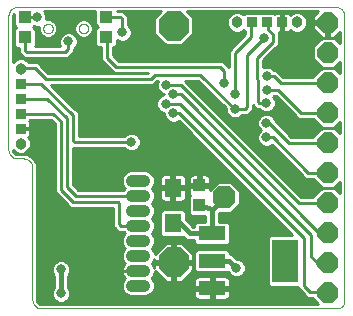
<source format=gbl>
G75*
%MOIN*%
%OFA0B0*%
%FSLAX25Y25*%
%IPPOS*%
%LPD*%
%AMOC8*
5,1,8,0,0,1.08239X$1,22.5*
%
%ADD10C,0.00000*%
%ADD11C,0.04000*%
%ADD12R,0.04331X0.03937*%
%ADD13R,0.03500X0.03200*%
%ADD14C,0.03800*%
%ADD15R,0.03200X0.03500*%
%ADD16OC8,0.10000*%
%ADD17OC8,0.07000*%
%ADD18R,0.08800X0.04800*%
%ADD19R,0.08661X0.14173*%
%ADD20R,0.03937X0.04331*%
%ADD21R,0.05512X0.06299*%
%ADD22OC8,0.07600*%
%ADD23C,0.01000*%
%ADD24C,0.03169*%
%ADD25C,0.01200*%
%ADD26C,0.01600*%
D10*
X0086078Y0053500D02*
X0086185Y0053498D01*
X0086292Y0053492D01*
X0086399Y0053483D01*
X0086505Y0053469D01*
X0086611Y0053452D01*
X0086716Y0053431D01*
X0086820Y0053407D01*
X0086923Y0053378D01*
X0087025Y0053346D01*
X0087126Y0053311D01*
X0087226Y0053272D01*
X0087324Y0053229D01*
X0087421Y0053183D01*
X0087516Y0053133D01*
X0087609Y0053080D01*
X0087700Y0053024D01*
X0087789Y0052964D01*
X0087876Y0052902D01*
X0087960Y0052836D01*
X0088043Y0052767D01*
X0088122Y0052696D01*
X0088199Y0052621D01*
X0088274Y0052544D01*
X0088345Y0052465D01*
X0088414Y0052382D01*
X0088480Y0052298D01*
X0088542Y0052211D01*
X0088602Y0052122D01*
X0088658Y0052031D01*
X0088711Y0051938D01*
X0088761Y0051843D01*
X0088807Y0051746D01*
X0088850Y0051648D01*
X0088889Y0051548D01*
X0088924Y0051447D01*
X0088956Y0051345D01*
X0088985Y0051242D01*
X0089009Y0051138D01*
X0089030Y0051033D01*
X0089047Y0050927D01*
X0089061Y0050821D01*
X0089070Y0050714D01*
X0089076Y0050607D01*
X0089078Y0050500D01*
X0089078Y0006500D01*
X0089080Y0006393D01*
X0089086Y0006286D01*
X0089095Y0006179D01*
X0089109Y0006073D01*
X0089126Y0005967D01*
X0089147Y0005862D01*
X0089171Y0005758D01*
X0089200Y0005655D01*
X0089232Y0005553D01*
X0089267Y0005452D01*
X0089306Y0005352D01*
X0089349Y0005254D01*
X0089395Y0005157D01*
X0089445Y0005062D01*
X0089498Y0004969D01*
X0089554Y0004878D01*
X0089614Y0004789D01*
X0089676Y0004702D01*
X0089742Y0004618D01*
X0089811Y0004535D01*
X0089882Y0004456D01*
X0089957Y0004379D01*
X0090034Y0004304D01*
X0090113Y0004233D01*
X0090196Y0004164D01*
X0090280Y0004098D01*
X0090367Y0004036D01*
X0090456Y0003976D01*
X0090547Y0003920D01*
X0090640Y0003867D01*
X0090735Y0003817D01*
X0090832Y0003771D01*
X0090930Y0003728D01*
X0091030Y0003689D01*
X0091131Y0003654D01*
X0091233Y0003622D01*
X0091336Y0003593D01*
X0091440Y0003569D01*
X0091545Y0003548D01*
X0091651Y0003531D01*
X0091757Y0003517D01*
X0091864Y0003508D01*
X0091971Y0003502D01*
X0092078Y0003500D01*
X0190578Y0003500D01*
X0190676Y0003502D01*
X0190774Y0003508D01*
X0190872Y0003517D01*
X0190969Y0003531D01*
X0191066Y0003548D01*
X0191162Y0003569D01*
X0191257Y0003594D01*
X0191351Y0003622D01*
X0191443Y0003655D01*
X0191535Y0003690D01*
X0191625Y0003730D01*
X0191713Y0003772D01*
X0191800Y0003819D01*
X0191884Y0003868D01*
X0191967Y0003921D01*
X0192047Y0003977D01*
X0192126Y0004037D01*
X0192202Y0004099D01*
X0192275Y0004164D01*
X0192346Y0004232D01*
X0192414Y0004303D01*
X0192479Y0004376D01*
X0192541Y0004452D01*
X0192601Y0004531D01*
X0192657Y0004611D01*
X0192710Y0004694D01*
X0192759Y0004778D01*
X0192806Y0004865D01*
X0192848Y0004953D01*
X0192888Y0005043D01*
X0192923Y0005135D01*
X0192956Y0005227D01*
X0192984Y0005321D01*
X0193009Y0005416D01*
X0193030Y0005512D01*
X0193047Y0005609D01*
X0193061Y0005706D01*
X0193070Y0005804D01*
X0193076Y0005902D01*
X0193078Y0006000D01*
X0193078Y0101000D01*
X0193076Y0101107D01*
X0193070Y0101214D01*
X0193061Y0101321D01*
X0193047Y0101427D01*
X0193030Y0101533D01*
X0193009Y0101638D01*
X0192985Y0101742D01*
X0192956Y0101845D01*
X0192924Y0101947D01*
X0192889Y0102048D01*
X0192850Y0102148D01*
X0192807Y0102246D01*
X0192761Y0102343D01*
X0192711Y0102438D01*
X0192658Y0102531D01*
X0192602Y0102622D01*
X0192542Y0102711D01*
X0192480Y0102798D01*
X0192414Y0102882D01*
X0192345Y0102965D01*
X0192274Y0103044D01*
X0192199Y0103121D01*
X0192122Y0103196D01*
X0192043Y0103267D01*
X0191960Y0103336D01*
X0191876Y0103402D01*
X0191789Y0103464D01*
X0191700Y0103524D01*
X0191609Y0103580D01*
X0191516Y0103633D01*
X0191421Y0103683D01*
X0191324Y0103729D01*
X0191226Y0103772D01*
X0191126Y0103811D01*
X0191025Y0103846D01*
X0190923Y0103878D01*
X0190820Y0103907D01*
X0190716Y0103931D01*
X0190611Y0103952D01*
X0190505Y0103969D01*
X0190399Y0103983D01*
X0190292Y0103992D01*
X0190185Y0103998D01*
X0190078Y0104000D01*
X0084120Y0104000D01*
X0084011Y0103998D01*
X0083903Y0103992D01*
X0083795Y0103983D01*
X0083687Y0103969D01*
X0083580Y0103952D01*
X0083474Y0103931D01*
X0083368Y0103906D01*
X0083263Y0103877D01*
X0083160Y0103844D01*
X0083057Y0103808D01*
X0082956Y0103769D01*
X0082857Y0103725D01*
X0082759Y0103678D01*
X0082663Y0103628D01*
X0082568Y0103574D01*
X0082476Y0103517D01*
X0082386Y0103457D01*
X0082298Y0103393D01*
X0082212Y0103327D01*
X0082129Y0103257D01*
X0082048Y0103185D01*
X0081970Y0103109D01*
X0081894Y0103031D01*
X0081822Y0102950D01*
X0081752Y0102867D01*
X0081686Y0102781D01*
X0081622Y0102693D01*
X0081562Y0102603D01*
X0081505Y0102511D01*
X0081451Y0102416D01*
X0081401Y0102320D01*
X0081354Y0102222D01*
X0081310Y0102123D01*
X0081271Y0102022D01*
X0081235Y0101919D01*
X0081202Y0101816D01*
X0081173Y0101711D01*
X0081148Y0101605D01*
X0081127Y0101499D01*
X0081110Y0101392D01*
X0081096Y0101284D01*
X0081087Y0101176D01*
X0081081Y0101068D01*
X0081079Y0100959D01*
X0081078Y0100959D02*
X0081078Y0056500D01*
X0081080Y0056393D01*
X0081086Y0056286D01*
X0081095Y0056179D01*
X0081109Y0056073D01*
X0081126Y0055967D01*
X0081147Y0055862D01*
X0081171Y0055758D01*
X0081200Y0055655D01*
X0081232Y0055553D01*
X0081267Y0055452D01*
X0081306Y0055352D01*
X0081349Y0055254D01*
X0081395Y0055157D01*
X0081445Y0055062D01*
X0081498Y0054969D01*
X0081554Y0054878D01*
X0081614Y0054789D01*
X0081676Y0054702D01*
X0081742Y0054618D01*
X0081811Y0054535D01*
X0081882Y0054456D01*
X0081957Y0054379D01*
X0082034Y0054304D01*
X0082113Y0054233D01*
X0082196Y0054164D01*
X0082280Y0054098D01*
X0082367Y0054036D01*
X0082456Y0053976D01*
X0082547Y0053920D01*
X0082640Y0053867D01*
X0082735Y0053817D01*
X0082832Y0053771D01*
X0082930Y0053728D01*
X0083030Y0053689D01*
X0083131Y0053654D01*
X0083233Y0053622D01*
X0083336Y0053593D01*
X0083440Y0053569D01*
X0083545Y0053548D01*
X0083651Y0053531D01*
X0083757Y0053517D01*
X0083864Y0053508D01*
X0083971Y0053502D01*
X0084078Y0053500D01*
X0086078Y0053500D01*
X0092722Y0096804D02*
X0092724Y0096883D01*
X0092730Y0096962D01*
X0092740Y0097041D01*
X0092754Y0097119D01*
X0092771Y0097196D01*
X0092793Y0097272D01*
X0092818Y0097347D01*
X0092848Y0097420D01*
X0092880Y0097492D01*
X0092917Y0097563D01*
X0092957Y0097631D01*
X0093000Y0097697D01*
X0093046Y0097761D01*
X0093096Y0097823D01*
X0093149Y0097882D01*
X0093204Y0097938D01*
X0093263Y0097992D01*
X0093324Y0098042D01*
X0093387Y0098090D01*
X0093453Y0098134D01*
X0093521Y0098175D01*
X0093591Y0098212D01*
X0093662Y0098246D01*
X0093736Y0098276D01*
X0093810Y0098302D01*
X0093886Y0098324D01*
X0093963Y0098343D01*
X0094041Y0098358D01*
X0094119Y0098369D01*
X0094198Y0098376D01*
X0094277Y0098379D01*
X0094356Y0098378D01*
X0094435Y0098373D01*
X0094514Y0098364D01*
X0094592Y0098351D01*
X0094669Y0098334D01*
X0094746Y0098314D01*
X0094821Y0098289D01*
X0094895Y0098261D01*
X0094968Y0098229D01*
X0095038Y0098194D01*
X0095107Y0098155D01*
X0095174Y0098112D01*
X0095239Y0098066D01*
X0095301Y0098018D01*
X0095361Y0097966D01*
X0095418Y0097911D01*
X0095472Y0097853D01*
X0095523Y0097793D01*
X0095571Y0097730D01*
X0095616Y0097665D01*
X0095658Y0097597D01*
X0095696Y0097528D01*
X0095730Y0097457D01*
X0095761Y0097384D01*
X0095789Y0097309D01*
X0095812Y0097234D01*
X0095832Y0097157D01*
X0095848Y0097080D01*
X0095860Y0097001D01*
X0095868Y0096923D01*
X0095872Y0096844D01*
X0095872Y0096764D01*
X0095868Y0096685D01*
X0095860Y0096607D01*
X0095848Y0096528D01*
X0095832Y0096451D01*
X0095812Y0096374D01*
X0095789Y0096299D01*
X0095761Y0096224D01*
X0095730Y0096151D01*
X0095696Y0096080D01*
X0095658Y0096011D01*
X0095616Y0095943D01*
X0095571Y0095878D01*
X0095523Y0095815D01*
X0095472Y0095755D01*
X0095418Y0095697D01*
X0095361Y0095642D01*
X0095301Y0095590D01*
X0095239Y0095542D01*
X0095174Y0095496D01*
X0095107Y0095453D01*
X0095038Y0095414D01*
X0094968Y0095379D01*
X0094895Y0095347D01*
X0094821Y0095319D01*
X0094746Y0095294D01*
X0094669Y0095274D01*
X0094592Y0095257D01*
X0094514Y0095244D01*
X0094435Y0095235D01*
X0094356Y0095230D01*
X0094277Y0095229D01*
X0094198Y0095232D01*
X0094119Y0095239D01*
X0094041Y0095250D01*
X0093963Y0095265D01*
X0093886Y0095284D01*
X0093810Y0095306D01*
X0093736Y0095332D01*
X0093662Y0095362D01*
X0093591Y0095396D01*
X0093521Y0095433D01*
X0093453Y0095474D01*
X0093387Y0095518D01*
X0093324Y0095566D01*
X0093263Y0095616D01*
X0093204Y0095670D01*
X0093149Y0095726D01*
X0093096Y0095785D01*
X0093046Y0095847D01*
X0093000Y0095911D01*
X0092957Y0095977D01*
X0092917Y0096045D01*
X0092880Y0096116D01*
X0092848Y0096188D01*
X0092818Y0096261D01*
X0092793Y0096336D01*
X0092771Y0096412D01*
X0092754Y0096489D01*
X0092740Y0096567D01*
X0092730Y0096646D01*
X0092724Y0096725D01*
X0092722Y0096804D01*
X0104533Y0096804D02*
X0104535Y0096883D01*
X0104541Y0096962D01*
X0104551Y0097041D01*
X0104565Y0097119D01*
X0104582Y0097196D01*
X0104604Y0097272D01*
X0104629Y0097347D01*
X0104659Y0097420D01*
X0104691Y0097492D01*
X0104728Y0097563D01*
X0104768Y0097631D01*
X0104811Y0097697D01*
X0104857Y0097761D01*
X0104907Y0097823D01*
X0104960Y0097882D01*
X0105015Y0097938D01*
X0105074Y0097992D01*
X0105135Y0098042D01*
X0105198Y0098090D01*
X0105264Y0098134D01*
X0105332Y0098175D01*
X0105402Y0098212D01*
X0105473Y0098246D01*
X0105547Y0098276D01*
X0105621Y0098302D01*
X0105697Y0098324D01*
X0105774Y0098343D01*
X0105852Y0098358D01*
X0105930Y0098369D01*
X0106009Y0098376D01*
X0106088Y0098379D01*
X0106167Y0098378D01*
X0106246Y0098373D01*
X0106325Y0098364D01*
X0106403Y0098351D01*
X0106480Y0098334D01*
X0106557Y0098314D01*
X0106632Y0098289D01*
X0106706Y0098261D01*
X0106779Y0098229D01*
X0106849Y0098194D01*
X0106918Y0098155D01*
X0106985Y0098112D01*
X0107050Y0098066D01*
X0107112Y0098018D01*
X0107172Y0097966D01*
X0107229Y0097911D01*
X0107283Y0097853D01*
X0107334Y0097793D01*
X0107382Y0097730D01*
X0107427Y0097665D01*
X0107469Y0097597D01*
X0107507Y0097528D01*
X0107541Y0097457D01*
X0107572Y0097384D01*
X0107600Y0097309D01*
X0107623Y0097234D01*
X0107643Y0097157D01*
X0107659Y0097080D01*
X0107671Y0097001D01*
X0107679Y0096923D01*
X0107683Y0096844D01*
X0107683Y0096764D01*
X0107679Y0096685D01*
X0107671Y0096607D01*
X0107659Y0096528D01*
X0107643Y0096451D01*
X0107623Y0096374D01*
X0107600Y0096299D01*
X0107572Y0096224D01*
X0107541Y0096151D01*
X0107507Y0096080D01*
X0107469Y0096011D01*
X0107427Y0095943D01*
X0107382Y0095878D01*
X0107334Y0095815D01*
X0107283Y0095755D01*
X0107229Y0095697D01*
X0107172Y0095642D01*
X0107112Y0095590D01*
X0107050Y0095542D01*
X0106985Y0095496D01*
X0106918Y0095453D01*
X0106849Y0095414D01*
X0106779Y0095379D01*
X0106706Y0095347D01*
X0106632Y0095319D01*
X0106557Y0095294D01*
X0106480Y0095274D01*
X0106403Y0095257D01*
X0106325Y0095244D01*
X0106246Y0095235D01*
X0106167Y0095230D01*
X0106088Y0095229D01*
X0106009Y0095232D01*
X0105930Y0095239D01*
X0105852Y0095250D01*
X0105774Y0095265D01*
X0105697Y0095284D01*
X0105621Y0095306D01*
X0105547Y0095332D01*
X0105473Y0095362D01*
X0105402Y0095396D01*
X0105332Y0095433D01*
X0105264Y0095474D01*
X0105198Y0095518D01*
X0105135Y0095566D01*
X0105074Y0095616D01*
X0105015Y0095670D01*
X0104960Y0095726D01*
X0104907Y0095785D01*
X0104857Y0095847D01*
X0104811Y0095911D01*
X0104768Y0095977D01*
X0104728Y0096045D01*
X0104691Y0096116D01*
X0104659Y0096188D01*
X0104629Y0096261D01*
X0104604Y0096336D01*
X0104582Y0096412D01*
X0104565Y0096489D01*
X0104551Y0096567D01*
X0104541Y0096646D01*
X0104535Y0096725D01*
X0104533Y0096804D01*
D11*
X0122366Y0046134D02*
X0126366Y0046134D01*
X0126366Y0041134D02*
X0122366Y0041134D01*
X0122366Y0036134D02*
X0126366Y0036134D01*
X0126366Y0031134D02*
X0122366Y0031134D01*
X0122366Y0026134D02*
X0126366Y0026134D01*
X0126366Y0021134D02*
X0122366Y0021134D01*
X0122366Y0016134D02*
X0126366Y0016134D01*
X0126366Y0011134D02*
X0122366Y0011134D01*
D12*
X0113705Y0094053D03*
X0113705Y0100746D03*
X0086455Y0100521D03*
X0086455Y0093829D03*
D13*
X0085141Y0078479D03*
X0085141Y0073479D03*
X0085141Y0068479D03*
X0085141Y0063479D03*
D14*
X0085141Y0058479D03*
X0085141Y0083479D03*
X0157279Y0098852D03*
X0177279Y0098852D03*
D15*
X0172279Y0098852D03*
X0167279Y0098852D03*
X0162279Y0098852D03*
D16*
X0136244Y0097656D03*
X0136244Y0018916D03*
D17*
X0187578Y0018750D03*
X0187578Y0028750D03*
X0187578Y0038750D03*
X0187578Y0048750D03*
X0187578Y0058750D03*
X0187578Y0068750D03*
X0187578Y0078750D03*
X0187578Y0088750D03*
X0187578Y0098750D03*
X0187578Y0008750D03*
D18*
X0148978Y0010300D03*
X0148978Y0019400D03*
X0148978Y0028500D03*
D19*
X0173379Y0019400D03*
D20*
X0144678Y0037854D03*
X0144678Y0044546D03*
D21*
X0135878Y0043706D03*
X0135878Y0031894D03*
D22*
X0153078Y0040500D03*
D23*
X0157499Y0037426D02*
X0166324Y0037426D01*
X0165326Y0038424D02*
X0158378Y0038424D01*
X0158378Y0038305D02*
X0158378Y0042695D01*
X0155274Y0045800D01*
X0150883Y0045800D01*
X0148147Y0043064D01*
X0148147Y0044062D01*
X0145163Y0044062D01*
X0145163Y0045031D01*
X0148147Y0045031D01*
X0148147Y0046909D01*
X0148045Y0047291D01*
X0147847Y0047633D01*
X0147568Y0047912D01*
X0147226Y0048110D01*
X0146844Y0048212D01*
X0145163Y0048212D01*
X0145163Y0045031D01*
X0144194Y0045031D01*
X0144194Y0048212D01*
X0142512Y0048212D01*
X0142131Y0048110D01*
X0141789Y0047912D01*
X0141510Y0047633D01*
X0141312Y0047291D01*
X0141210Y0046909D01*
X0141210Y0045031D01*
X0144194Y0045031D01*
X0144194Y0044062D01*
X0141210Y0044062D01*
X0141210Y0042184D01*
X0141312Y0041802D01*
X0141510Y0041460D01*
X0141770Y0041200D01*
X0141210Y0040640D01*
X0141210Y0035067D01*
X0142089Y0034188D01*
X0146678Y0034188D01*
X0146678Y0032400D01*
X0143957Y0032400D01*
X0143078Y0031521D01*
X0143078Y0030800D01*
X0142531Y0030800D01*
X0140134Y0033197D01*
X0140134Y0035665D01*
X0139256Y0036544D01*
X0132501Y0036544D01*
X0131623Y0035665D01*
X0131623Y0028124D01*
X0132501Y0027245D01*
X0139256Y0027245D01*
X0139418Y0027407D01*
X0140626Y0026200D01*
X0143078Y0026200D01*
X0143078Y0025479D01*
X0143957Y0024600D01*
X0154000Y0024600D01*
X0154878Y0025479D01*
X0154878Y0031521D01*
X0154000Y0032400D01*
X0151278Y0032400D01*
X0151278Y0035200D01*
X0155274Y0035200D01*
X0158378Y0038305D01*
X0158378Y0039423D02*
X0164327Y0039423D01*
X0163329Y0040421D02*
X0158378Y0040421D01*
X0158378Y0041420D02*
X0162330Y0041420D01*
X0161332Y0042418D02*
X0158378Y0042418D01*
X0157657Y0043417D02*
X0160333Y0043417D01*
X0159335Y0044415D02*
X0156659Y0044415D01*
X0155660Y0045414D02*
X0158336Y0045414D01*
X0157338Y0046412D02*
X0148147Y0046412D01*
X0148147Y0045414D02*
X0150497Y0045414D01*
X0149498Y0044415D02*
X0145163Y0044415D01*
X0144194Y0044415D02*
X0140134Y0044415D01*
X0140134Y0044205D02*
X0140134Y0047053D01*
X0140032Y0047434D01*
X0139835Y0047776D01*
X0139555Y0048055D01*
X0139213Y0048253D01*
X0138832Y0048355D01*
X0136378Y0048355D01*
X0136378Y0044206D01*
X0135378Y0044206D01*
X0135378Y0048355D01*
X0132925Y0048355D01*
X0132544Y0048253D01*
X0132201Y0048055D01*
X0131922Y0047776D01*
X0131725Y0047434D01*
X0131623Y0047053D01*
X0131623Y0044205D01*
X0135378Y0044205D01*
X0135378Y0043206D01*
X0131623Y0043206D01*
X0131623Y0040358D01*
X0131725Y0039977D01*
X0131922Y0039635D01*
X0132201Y0039356D01*
X0132544Y0039158D01*
X0132925Y0039056D01*
X0135378Y0039056D01*
X0135378Y0043205D01*
X0136378Y0043205D01*
X0136378Y0039056D01*
X0138832Y0039056D01*
X0139213Y0039158D01*
X0139555Y0039356D01*
X0139835Y0039635D01*
X0140032Y0039977D01*
X0140134Y0040358D01*
X0140134Y0043206D01*
X0136378Y0043206D01*
X0136378Y0044205D01*
X0140134Y0044205D01*
X0140134Y0045414D02*
X0141210Y0045414D01*
X0141210Y0046412D02*
X0140134Y0046412D01*
X0140038Y0047411D02*
X0141381Y0047411D01*
X0144194Y0047411D02*
X0145163Y0047411D01*
X0145163Y0046412D02*
X0144194Y0046412D01*
X0144194Y0045414D02*
X0145163Y0045414D01*
X0147975Y0047411D02*
X0156339Y0047411D01*
X0155341Y0048409D02*
X0129040Y0048409D01*
X0129333Y0048116D02*
X0128348Y0049101D01*
X0127062Y0049634D01*
X0121670Y0049634D01*
X0120383Y0049101D01*
X0119399Y0048116D01*
X0118866Y0046830D01*
X0118866Y0045438D01*
X0119399Y0044151D01*
X0119916Y0043634D01*
X0119399Y0043116D01*
X0119350Y0043000D01*
X0104407Y0043000D01*
X0102578Y0044828D01*
X0102578Y0057000D01*
X0119717Y0057000D01*
X0120331Y0056385D01*
X0121465Y0055916D01*
X0122692Y0055916D01*
X0123825Y0056385D01*
X0124693Y0057253D01*
X0125163Y0058386D01*
X0125163Y0059613D01*
X0124693Y0060747D01*
X0123825Y0061615D01*
X0122692Y0062084D01*
X0121465Y0062084D01*
X0120331Y0061615D01*
X0119717Y0061000D01*
X0104578Y0061000D01*
X0104578Y0068828D01*
X0103407Y0070000D01*
X0095407Y0078000D01*
X0129407Y0078000D01*
X0130578Y0079172D01*
X0130829Y0079422D01*
X0130494Y0078613D01*
X0130494Y0077386D01*
X0130964Y0076253D01*
X0131831Y0075385D01*
X0132965Y0074916D01*
X0132994Y0074916D01*
X0132994Y0074834D01*
X0132840Y0074834D01*
X0131706Y0074365D01*
X0130839Y0073497D01*
X0130369Y0072363D01*
X0130369Y0071136D01*
X0130839Y0070003D01*
X0131706Y0069135D01*
X0132840Y0068666D01*
X0132994Y0068666D01*
X0132994Y0067886D01*
X0133464Y0066753D01*
X0134331Y0065885D01*
X0135465Y0065416D01*
X0136692Y0065416D01*
X0137825Y0065885D01*
X0137845Y0065905D01*
X0175763Y0027987D01*
X0168427Y0027987D01*
X0167548Y0027108D01*
X0167548Y0011692D01*
X0168427Y0010813D01*
X0177578Y0010813D01*
X0177578Y0010172D01*
X0179578Y0008172D01*
X0180750Y0007000D01*
X0182578Y0007000D01*
X0182578Y0006679D01*
X0184257Y0005000D01*
X0092078Y0005000D01*
X0091690Y0005051D01*
X0091018Y0005439D01*
X0090630Y0006112D01*
X0090578Y0006500D01*
X0090578Y0051706D01*
X0089373Y0053794D01*
X0089373Y0053794D01*
X0089373Y0053794D01*
X0087284Y0055000D01*
X0084078Y0055000D01*
X0083690Y0055051D01*
X0083018Y0055439D01*
X0082630Y0056112D01*
X0082619Y0056193D01*
X0083215Y0055597D01*
X0084465Y0055079D01*
X0085818Y0055079D01*
X0087067Y0055597D01*
X0088024Y0056553D01*
X0088541Y0057803D01*
X0088541Y0059155D01*
X0088024Y0060405D01*
X0087773Y0060656D01*
X0087812Y0060679D01*
X0088092Y0060958D01*
X0088289Y0061300D01*
X0088391Y0061682D01*
X0088391Y0063179D01*
X0085441Y0063179D01*
X0085441Y0063779D01*
X0088391Y0063779D01*
X0088391Y0065276D01*
X0088289Y0065658D01*
X0088107Y0065973D01*
X0088391Y0066258D01*
X0088391Y0066479D01*
X0095271Y0066479D01*
X0096578Y0065172D01*
X0096578Y0042172D01*
X0100578Y0038172D01*
X0101750Y0037000D01*
X0116078Y0037000D01*
X0116078Y0030672D01*
X0116578Y0030172D01*
X0117750Y0029000D01*
X0119550Y0029000D01*
X0119916Y0028634D01*
X0119399Y0028116D01*
X0118866Y0026830D01*
X0118866Y0025438D01*
X0119399Y0024151D01*
X0119916Y0023634D01*
X0119399Y0023116D01*
X0118866Y0021830D01*
X0118866Y0020438D01*
X0119399Y0019151D01*
X0119916Y0018634D01*
X0119647Y0018365D01*
X0119264Y0017792D01*
X0119000Y0017155D01*
X0118866Y0016479D01*
X0118866Y0016134D01*
X0122366Y0016134D01*
X0122366Y0016134D01*
X0118866Y0016134D01*
X0118866Y0015789D01*
X0119000Y0015113D01*
X0119264Y0014476D01*
X0119647Y0013903D01*
X0119916Y0013634D01*
X0119399Y0013116D01*
X0118866Y0011830D01*
X0118866Y0010438D01*
X0119399Y0009151D01*
X0120383Y0008167D01*
X0121670Y0007634D01*
X0127062Y0007634D01*
X0128348Y0008167D01*
X0129333Y0009151D01*
X0129866Y0010438D01*
X0129866Y0011830D01*
X0129333Y0013116D01*
X0128816Y0013634D01*
X0129084Y0013903D01*
X0129467Y0014476D01*
X0129731Y0015113D01*
X0129866Y0015789D01*
X0129866Y0016102D01*
X0133552Y0012416D01*
X0135744Y0012416D01*
X0135744Y0018415D01*
X0136744Y0018415D01*
X0136744Y0012416D01*
X0138937Y0012416D01*
X0142744Y0016223D01*
X0142744Y0018416D01*
X0136744Y0018416D01*
X0136744Y0019416D01*
X0135744Y0019416D01*
X0135744Y0025416D01*
X0133552Y0025416D01*
X0129866Y0021729D01*
X0129866Y0021830D01*
X0129333Y0023116D01*
X0128816Y0023634D01*
X0129333Y0024151D01*
X0129866Y0025438D01*
X0129866Y0026830D01*
X0129333Y0028116D01*
X0128816Y0028634D01*
X0129333Y0029151D01*
X0129866Y0030438D01*
X0129866Y0031830D01*
X0129333Y0033116D01*
X0128816Y0033634D01*
X0129333Y0034151D01*
X0129866Y0035438D01*
X0129866Y0036830D01*
X0129333Y0038116D01*
X0128816Y0038634D01*
X0129333Y0039151D01*
X0129866Y0040438D01*
X0129866Y0041830D01*
X0129333Y0043116D01*
X0128816Y0043634D01*
X0129333Y0044151D01*
X0129866Y0045438D01*
X0129866Y0046830D01*
X0129333Y0048116D01*
X0129625Y0047411D02*
X0131718Y0047411D01*
X0131623Y0046412D02*
X0129866Y0046412D01*
X0129856Y0045414D02*
X0131623Y0045414D01*
X0131623Y0044415D02*
X0129442Y0044415D01*
X0129033Y0043417D02*
X0135378Y0043417D01*
X0135378Y0044415D02*
X0136378Y0044415D01*
X0136378Y0043417D02*
X0141210Y0043417D01*
X0141210Y0042418D02*
X0140134Y0042418D01*
X0140134Y0041420D02*
X0141550Y0041420D01*
X0141210Y0040421D02*
X0140134Y0040421D01*
X0139622Y0039423D02*
X0141210Y0039423D01*
X0141210Y0038424D02*
X0129025Y0038424D01*
X0129445Y0039423D02*
X0132134Y0039423D01*
X0131623Y0040421D02*
X0129859Y0040421D01*
X0129866Y0041420D02*
X0131623Y0041420D01*
X0131623Y0042418D02*
X0129622Y0042418D01*
X0135378Y0042418D02*
X0136378Y0042418D01*
X0136378Y0041420D02*
X0135378Y0041420D01*
X0135378Y0040421D02*
X0136378Y0040421D01*
X0136378Y0039423D02*
X0135378Y0039423D01*
X0132384Y0036427D02*
X0129866Y0036427D01*
X0129862Y0035429D02*
X0131623Y0035429D01*
X0131623Y0034430D02*
X0129448Y0034430D01*
X0129018Y0033432D02*
X0131623Y0033432D01*
X0131623Y0032433D02*
X0129616Y0032433D01*
X0129866Y0031434D02*
X0131623Y0031434D01*
X0131623Y0030436D02*
X0129865Y0030436D01*
X0129452Y0029437D02*
X0131623Y0029437D01*
X0131623Y0028439D02*
X0129010Y0028439D01*
X0129613Y0027440D02*
X0132306Y0027440D01*
X0129866Y0026442D02*
X0140384Y0026442D01*
X0138937Y0025416D02*
X0136744Y0025416D01*
X0136744Y0019416D01*
X0142744Y0019416D01*
X0142744Y0021608D01*
X0138937Y0025416D01*
X0139907Y0024445D02*
X0167548Y0024445D01*
X0167548Y0025443D02*
X0154843Y0025443D01*
X0154878Y0026442D02*
X0167548Y0026442D01*
X0167881Y0027440D02*
X0154878Y0027440D01*
X0154878Y0028439D02*
X0175311Y0028439D01*
X0174312Y0029437D02*
X0154878Y0029437D01*
X0154878Y0030436D02*
X0173314Y0030436D01*
X0172315Y0031434D02*
X0154878Y0031434D01*
X0151278Y0032433D02*
X0171317Y0032433D01*
X0170318Y0033432D02*
X0151278Y0033432D01*
X0151278Y0034430D02*
X0169320Y0034430D01*
X0168321Y0035429D02*
X0155502Y0035429D01*
X0156501Y0036427D02*
X0167323Y0036427D01*
X0177925Y0038750D02*
X0187578Y0038750D01*
X0184175Y0042418D02*
X0177085Y0042418D01*
X0176087Y0043417D02*
X0185174Y0043417D01*
X0185507Y0043750D02*
X0182578Y0040821D01*
X0182578Y0040750D01*
X0178753Y0040750D01*
X0140024Y0079479D01*
X0144271Y0079479D01*
X0153494Y0070256D01*
X0153494Y0069386D01*
X0153964Y0068253D01*
X0154831Y0067385D01*
X0155965Y0066916D01*
X0157192Y0066916D01*
X0158325Y0067385D01*
X0158923Y0067982D01*
X0159565Y0067978D01*
X0160099Y0067825D01*
X0160363Y0067972D01*
X0160666Y0067969D01*
X0160800Y0068100D01*
X0160907Y0068100D01*
X0161294Y0068488D01*
X0161773Y0068753D01*
X0161859Y0069052D01*
X0162578Y0069772D01*
X0162578Y0071172D01*
X0162578Y0071172D01*
X0163750Y0070000D01*
X0164717Y0070000D01*
X0165331Y0069385D01*
X0166465Y0068916D01*
X0167692Y0068916D01*
X0168825Y0069385D01*
X0169693Y0070253D01*
X0170163Y0071386D01*
X0170163Y0072613D01*
X0169693Y0073747D01*
X0169378Y0074063D01*
X0169690Y0074375D01*
X0170125Y0074375D01*
X0176578Y0067922D01*
X0177750Y0066750D01*
X0182578Y0066750D01*
X0182578Y0066679D01*
X0185507Y0063750D01*
X0182578Y0060821D01*
X0182578Y0060750D01*
X0175282Y0060750D01*
X0170163Y0065869D01*
X0170163Y0065988D01*
X0169693Y0067122D01*
X0168825Y0067990D01*
X0167692Y0068459D01*
X0166465Y0068459D01*
X0165331Y0067990D01*
X0164464Y0067122D01*
X0163994Y0065988D01*
X0163994Y0064761D01*
X0164464Y0063628D01*
X0165154Y0062937D01*
X0164464Y0062247D01*
X0163994Y0061113D01*
X0163994Y0059886D01*
X0164464Y0058753D01*
X0165331Y0057885D01*
X0166465Y0057416D01*
X0167692Y0057416D01*
X0168825Y0057885D01*
X0168893Y0057953D01*
X0178925Y0047922D01*
X0178925Y0047922D01*
X0180096Y0046750D01*
X0182578Y0046750D01*
X0182578Y0046679D01*
X0185507Y0043750D01*
X0189649Y0043750D01*
X0191578Y0041821D01*
X0191578Y0045679D01*
X0189649Y0043750D01*
X0185507Y0043750D01*
X0184842Y0044415D02*
X0175088Y0044415D01*
X0174090Y0045414D02*
X0183844Y0045414D01*
X0182845Y0046412D02*
X0173091Y0046412D01*
X0172093Y0047411D02*
X0179436Y0047411D01*
X0178437Y0048409D02*
X0171094Y0048409D01*
X0170096Y0049408D02*
X0177439Y0049408D01*
X0176440Y0050406D02*
X0169097Y0050406D01*
X0168099Y0051405D02*
X0175442Y0051405D01*
X0174443Y0052403D02*
X0167100Y0052403D01*
X0166102Y0053402D02*
X0173445Y0053402D01*
X0172446Y0054400D02*
X0165103Y0054400D01*
X0164105Y0055399D02*
X0171448Y0055399D01*
X0170449Y0056397D02*
X0163106Y0056397D01*
X0162107Y0057396D02*
X0169451Y0057396D01*
X0169175Y0060500D02*
X0167078Y0060500D01*
X0169175Y0060500D02*
X0180925Y0048750D01*
X0187578Y0048750D01*
X0191313Y0045414D02*
X0191578Y0045414D01*
X0191578Y0044415D02*
X0190315Y0044415D01*
X0189983Y0043417D02*
X0191578Y0043417D01*
X0191578Y0042418D02*
X0190981Y0042418D01*
X0183177Y0041420D02*
X0178084Y0041420D01*
X0177925Y0038750D02*
X0138675Y0078000D01*
X0133578Y0078000D01*
X0130805Y0079363D02*
X0130770Y0079363D01*
X0130494Y0078365D02*
X0129771Y0078365D01*
X0130503Y0077366D02*
X0096041Y0077366D01*
X0097039Y0076368D02*
X0130916Y0076368D01*
X0131871Y0075369D02*
X0098038Y0075369D01*
X0099036Y0074370D02*
X0131720Y0074370D01*
X0130787Y0073372D02*
X0100035Y0073372D01*
X0101033Y0072373D02*
X0130373Y0072373D01*
X0130369Y0071375D02*
X0102032Y0071375D01*
X0103030Y0070376D02*
X0130684Y0070376D01*
X0131464Y0069378D02*
X0104029Y0069378D01*
X0104578Y0068379D02*
X0132994Y0068379D01*
X0133204Y0067381D02*
X0104578Y0067381D01*
X0104578Y0066382D02*
X0133834Y0066382D01*
X0136078Y0068500D02*
X0138078Y0068500D01*
X0179578Y0027000D01*
X0179578Y0011000D01*
X0181578Y0009000D01*
X0187328Y0009000D01*
X0187578Y0008750D01*
X0183784Y0005473D02*
X0099331Y0005473D01*
X0099192Y0005416D02*
X0100325Y0005885D01*
X0101193Y0006753D01*
X0101663Y0007886D01*
X0101663Y0009113D01*
X0101193Y0010247D01*
X0100878Y0010562D01*
X0100878Y0014438D01*
X0101193Y0014753D01*
X0101663Y0015886D01*
X0101663Y0017113D01*
X0101193Y0018247D01*
X0100325Y0019115D01*
X0099192Y0019584D01*
X0097965Y0019584D01*
X0096831Y0019115D01*
X0095964Y0018247D01*
X0095494Y0017113D01*
X0095494Y0015886D01*
X0095964Y0014753D01*
X0096278Y0014438D01*
X0096278Y0010562D01*
X0095964Y0010247D01*
X0095494Y0009113D01*
X0095494Y0007886D01*
X0095964Y0006753D01*
X0096831Y0005885D01*
X0097965Y0005416D01*
X0099192Y0005416D01*
X0097826Y0005473D02*
X0090998Y0005473D01*
X0090582Y0006472D02*
X0096245Y0006472D01*
X0095667Y0007470D02*
X0090578Y0007470D01*
X0090578Y0008469D02*
X0095494Y0008469D01*
X0095641Y0009467D02*
X0090578Y0009467D01*
X0090578Y0010466D02*
X0096182Y0010466D01*
X0096278Y0011464D02*
X0090578Y0011464D01*
X0090578Y0012463D02*
X0096278Y0012463D01*
X0096278Y0013461D02*
X0090578Y0013461D01*
X0090578Y0014460D02*
X0096257Y0014460D01*
X0095672Y0015458D02*
X0090578Y0015458D01*
X0090578Y0016457D02*
X0095494Y0016457D01*
X0095636Y0017455D02*
X0090578Y0017455D01*
X0090578Y0018454D02*
X0096170Y0018454D01*
X0097647Y0019452D02*
X0090578Y0019452D01*
X0090578Y0020451D02*
X0118866Y0020451D01*
X0118866Y0021449D02*
X0090578Y0021449D01*
X0090578Y0022448D02*
X0119122Y0022448D01*
X0119729Y0023446D02*
X0090578Y0023446D01*
X0090578Y0024445D02*
X0119277Y0024445D01*
X0118866Y0025443D02*
X0090578Y0025443D01*
X0090578Y0026442D02*
X0118866Y0026442D01*
X0119119Y0027440D02*
X0090578Y0027440D01*
X0090578Y0028439D02*
X0119721Y0028439D01*
X0117312Y0029437D02*
X0090578Y0029437D01*
X0090578Y0030436D02*
X0116314Y0030436D01*
X0116078Y0031434D02*
X0090578Y0031434D01*
X0090578Y0032433D02*
X0116078Y0032433D01*
X0116078Y0033432D02*
X0090578Y0033432D01*
X0090578Y0034430D02*
X0116078Y0034430D01*
X0116078Y0035429D02*
X0090578Y0035429D01*
X0090578Y0036427D02*
X0116078Y0036427D01*
X0118078Y0038500D02*
X0118078Y0031500D01*
X0118578Y0031000D01*
X0122232Y0031000D01*
X0129866Y0025443D02*
X0143114Y0025443D01*
X0143957Y0023300D02*
X0143078Y0022421D01*
X0143078Y0016379D01*
X0143957Y0015500D01*
X0154000Y0015500D01*
X0154255Y0015756D01*
X0154464Y0015253D01*
X0155331Y0014385D01*
X0156465Y0013916D01*
X0157692Y0013916D01*
X0158825Y0014385D01*
X0159693Y0015253D01*
X0160163Y0016386D01*
X0160163Y0017613D01*
X0159693Y0018747D01*
X0158825Y0019615D01*
X0157692Y0020084D01*
X0157247Y0020084D01*
X0155631Y0021700D01*
X0154878Y0021700D01*
X0154878Y0022421D01*
X0154000Y0023300D01*
X0143957Y0023300D01*
X0143105Y0022448D02*
X0141904Y0022448D01*
X0142744Y0021449D02*
X0143078Y0021449D01*
X0143078Y0020451D02*
X0142744Y0020451D01*
X0142744Y0019452D02*
X0143078Y0019452D01*
X0143078Y0018454D02*
X0136744Y0018454D01*
X0136744Y0019452D02*
X0135744Y0019452D01*
X0135744Y0019416D02*
X0135744Y0018416D01*
X0129744Y0018416D01*
X0129744Y0017089D01*
X0129731Y0017155D01*
X0129467Y0017792D01*
X0129084Y0018365D01*
X0128816Y0018634D01*
X0129333Y0019151D01*
X0129744Y0020145D01*
X0129744Y0019416D01*
X0135744Y0019416D01*
X0135744Y0018454D02*
X0128996Y0018454D01*
X0129458Y0019452D02*
X0129744Y0019452D01*
X0129744Y0017455D02*
X0129607Y0017455D01*
X0129800Y0015458D02*
X0130509Y0015458D01*
X0131508Y0014460D02*
X0129457Y0014460D01*
X0128988Y0013461D02*
X0132506Y0013461D01*
X0133505Y0012463D02*
X0129604Y0012463D01*
X0129866Y0011464D02*
X0143078Y0011464D01*
X0143078Y0010800D02*
X0143078Y0012897D01*
X0143181Y0013279D01*
X0143378Y0013621D01*
X0143657Y0013900D01*
X0143999Y0014098D01*
X0144381Y0014200D01*
X0148478Y0014200D01*
X0148478Y0010800D01*
X0148478Y0009800D01*
X0143078Y0009800D01*
X0143078Y0007703D01*
X0143181Y0007321D01*
X0143378Y0006979D01*
X0143657Y0006700D01*
X0143999Y0006502D01*
X0144381Y0006400D01*
X0148478Y0006400D01*
X0148478Y0009800D01*
X0149478Y0009800D01*
X0149478Y0006400D01*
X0153576Y0006400D01*
X0153957Y0006502D01*
X0154299Y0006700D01*
X0154579Y0006979D01*
X0154776Y0007321D01*
X0154878Y0007703D01*
X0154878Y0009800D01*
X0149478Y0009800D01*
X0149478Y0010800D01*
X0148478Y0010800D01*
X0143078Y0010800D01*
X0143078Y0009467D02*
X0129464Y0009467D01*
X0129866Y0010466D02*
X0148478Y0010466D01*
X0148478Y0011464D02*
X0149478Y0011464D01*
X0149478Y0010800D02*
X0149478Y0014200D01*
X0153576Y0014200D01*
X0153957Y0014098D01*
X0154299Y0013900D01*
X0154579Y0013621D01*
X0154776Y0013279D01*
X0154878Y0012897D01*
X0154878Y0010800D01*
X0149478Y0010800D01*
X0149478Y0010466D02*
X0177578Y0010466D01*
X0178283Y0009467D02*
X0154878Y0009467D01*
X0154878Y0008469D02*
X0179281Y0008469D01*
X0180280Y0007470D02*
X0154816Y0007470D01*
X0153844Y0006472D02*
X0182786Y0006472D01*
X0167776Y0011464D02*
X0154878Y0011464D01*
X0154878Y0012463D02*
X0167548Y0012463D01*
X0167548Y0013461D02*
X0154671Y0013461D01*
X0155257Y0014460D02*
X0140981Y0014460D01*
X0141980Y0015458D02*
X0154379Y0015458D01*
X0158900Y0014460D02*
X0167548Y0014460D01*
X0167548Y0015458D02*
X0159778Y0015458D01*
X0160163Y0016457D02*
X0167548Y0016457D01*
X0167548Y0017455D02*
X0160163Y0017455D01*
X0159815Y0018454D02*
X0167548Y0018454D01*
X0167548Y0019452D02*
X0158988Y0019452D01*
X0156880Y0020451D02*
X0167548Y0020451D01*
X0167548Y0021449D02*
X0155882Y0021449D01*
X0154852Y0022448D02*
X0167548Y0022448D01*
X0167548Y0023446D02*
X0140906Y0023446D01*
X0136744Y0023446D02*
X0135744Y0023446D01*
X0135744Y0022448D02*
X0136744Y0022448D01*
X0136744Y0021449D02*
X0135744Y0021449D01*
X0135744Y0020451D02*
X0136744Y0020451D01*
X0136744Y0017455D02*
X0135744Y0017455D01*
X0135744Y0016457D02*
X0136744Y0016457D01*
X0136744Y0015458D02*
X0135744Y0015458D01*
X0135744Y0014460D02*
X0136744Y0014460D01*
X0136744Y0013461D02*
X0135744Y0013461D01*
X0135744Y0012463D02*
X0136744Y0012463D01*
X0138984Y0012463D02*
X0143078Y0012463D01*
X0143286Y0013461D02*
X0139983Y0013461D01*
X0142744Y0016457D02*
X0143078Y0016457D01*
X0143078Y0017455D02*
X0142744Y0017455D01*
X0148478Y0013461D02*
X0149478Y0013461D01*
X0149478Y0012463D02*
X0148478Y0012463D01*
X0148478Y0009467D02*
X0149478Y0009467D01*
X0149478Y0008469D02*
X0148478Y0008469D01*
X0148478Y0007470D02*
X0149478Y0007470D01*
X0149478Y0006472D02*
X0148478Y0006472D01*
X0144113Y0006472D02*
X0100912Y0006472D01*
X0101490Y0007470D02*
X0143141Y0007470D01*
X0143078Y0008469D02*
X0128650Y0008469D01*
X0120081Y0008469D02*
X0101663Y0008469D01*
X0101516Y0009467D02*
X0119268Y0009467D01*
X0118866Y0010466D02*
X0100974Y0010466D01*
X0100878Y0011464D02*
X0118866Y0011464D01*
X0119128Y0012463D02*
X0100878Y0012463D01*
X0100878Y0013461D02*
X0119744Y0013461D01*
X0119275Y0014460D02*
X0100900Y0014460D01*
X0101485Y0015458D02*
X0118932Y0015458D01*
X0118866Y0016457D02*
X0101663Y0016457D01*
X0101521Y0017455D02*
X0119125Y0017455D01*
X0119736Y0018454D02*
X0100986Y0018454D01*
X0099510Y0019452D02*
X0119274Y0019452D01*
X0129003Y0023446D02*
X0131583Y0023446D01*
X0130584Y0022448D02*
X0129610Y0022448D01*
X0129455Y0024445D02*
X0132581Y0024445D01*
X0135744Y0024445D02*
X0136744Y0024445D01*
X0141897Y0031434D02*
X0143078Y0031434D01*
X0140898Y0032433D02*
X0146678Y0032433D01*
X0146678Y0033432D02*
X0140134Y0033432D01*
X0140134Y0034430D02*
X0141847Y0034430D01*
X0141210Y0035429D02*
X0140134Y0035429D01*
X0139373Y0036427D02*
X0141210Y0036427D01*
X0141210Y0037426D02*
X0129619Y0037426D01*
X0122366Y0041134D02*
X0122232Y0041000D01*
X0103578Y0041000D01*
X0100578Y0044000D01*
X0100578Y0067000D01*
X0094099Y0073479D01*
X0085141Y0073479D01*
X0085141Y0068479D02*
X0096099Y0068479D01*
X0098578Y0066000D01*
X0098578Y0043000D01*
X0102578Y0039000D01*
X0117578Y0039000D01*
X0118078Y0038500D01*
X0119699Y0043417D02*
X0103990Y0043417D01*
X0102992Y0044415D02*
X0119289Y0044415D01*
X0118876Y0045414D02*
X0102578Y0045414D01*
X0102578Y0046412D02*
X0118866Y0046412D01*
X0119106Y0047411D02*
X0102578Y0047411D01*
X0102578Y0048409D02*
X0119691Y0048409D01*
X0121124Y0049408D02*
X0102578Y0049408D01*
X0102578Y0050406D02*
X0153344Y0050406D01*
X0154342Y0049408D02*
X0127608Y0049408D01*
X0135378Y0047411D02*
X0136378Y0047411D01*
X0136378Y0046412D02*
X0135378Y0046412D01*
X0135378Y0045414D02*
X0136378Y0045414D01*
X0148147Y0043417D02*
X0148500Y0043417D01*
X0152345Y0051405D02*
X0102578Y0051405D01*
X0102578Y0052403D02*
X0151347Y0052403D01*
X0150348Y0053402D02*
X0102578Y0053402D01*
X0102578Y0054400D02*
X0149350Y0054400D01*
X0148351Y0055399D02*
X0102578Y0055399D01*
X0102578Y0056397D02*
X0120319Y0056397D01*
X0123837Y0056397D02*
X0147353Y0056397D01*
X0146354Y0057396D02*
X0124752Y0057396D01*
X0125163Y0058394D02*
X0145356Y0058394D01*
X0144357Y0059393D02*
X0125163Y0059393D01*
X0124840Y0060391D02*
X0143359Y0060391D01*
X0142360Y0061390D02*
X0124050Y0061390D01*
X0120106Y0061390D02*
X0104578Y0061390D01*
X0104578Y0062388D02*
X0141362Y0062388D01*
X0140363Y0063387D02*
X0104578Y0063387D01*
X0104578Y0064385D02*
X0139365Y0064385D01*
X0138366Y0065384D02*
X0104578Y0065384D01*
X0102578Y0068000D02*
X0102578Y0059500D01*
X0103078Y0059000D01*
X0122078Y0059000D01*
X0133453Y0071750D02*
X0138203Y0071750D01*
X0181828Y0028125D01*
X0181828Y0020875D01*
X0183953Y0018750D01*
X0187578Y0018750D01*
X0187453Y0028625D02*
X0184703Y0028625D01*
X0138453Y0074875D01*
X0136078Y0074875D01*
X0141139Y0078365D02*
X0145385Y0078365D01*
X0144387Y0079363D02*
X0140140Y0079363D01*
X0142137Y0077366D02*
X0146384Y0077366D01*
X0147382Y0076368D02*
X0143136Y0076368D01*
X0144134Y0075369D02*
X0148381Y0075369D01*
X0149379Y0074370D02*
X0145133Y0074370D01*
X0146131Y0073372D02*
X0150378Y0073372D01*
X0151377Y0072373D02*
X0147130Y0072373D01*
X0148128Y0071375D02*
X0152375Y0071375D01*
X0153374Y0070376D02*
X0149127Y0070376D01*
X0150125Y0069378D02*
X0153498Y0069378D01*
X0153911Y0068379D02*
X0151124Y0068379D01*
X0152122Y0067381D02*
X0154842Y0067381D01*
X0153121Y0066382D02*
X0164157Y0066382D01*
X0163994Y0065384D02*
X0154119Y0065384D01*
X0155118Y0064385D02*
X0164150Y0064385D01*
X0164705Y0063387D02*
X0156116Y0063387D01*
X0157115Y0062388D02*
X0164605Y0062388D01*
X0164109Y0061390D02*
X0158113Y0061390D01*
X0159112Y0060391D02*
X0163994Y0060391D01*
X0164199Y0059393D02*
X0160110Y0059393D01*
X0161109Y0058394D02*
X0164822Y0058394D01*
X0172645Y0063387D02*
X0185144Y0063387D01*
X0185507Y0063750D02*
X0189649Y0063750D01*
X0191578Y0061821D01*
X0191578Y0065679D01*
X0189649Y0063750D01*
X0185507Y0063750D01*
X0184872Y0064385D02*
X0171646Y0064385D01*
X0170648Y0065384D02*
X0183873Y0065384D01*
X0182875Y0066382D02*
X0169999Y0066382D01*
X0169434Y0067381D02*
X0177119Y0067381D01*
X0176121Y0068379D02*
X0167885Y0068379D01*
X0168808Y0069378D02*
X0175122Y0069378D01*
X0174124Y0070376D02*
X0169744Y0070376D01*
X0170158Y0071375D02*
X0173125Y0071375D01*
X0172127Y0072373D02*
X0170163Y0072373D01*
X0169848Y0073372D02*
X0171128Y0073372D01*
X0170129Y0074370D02*
X0169686Y0074370D01*
X0170953Y0076375D02*
X0167328Y0076375D01*
X0170953Y0076375D02*
X0178578Y0068750D01*
X0187578Y0068750D01*
X0191283Y0065384D02*
X0191578Y0065384D01*
X0191578Y0064385D02*
X0190285Y0064385D01*
X0190013Y0063387D02*
X0191578Y0063387D01*
X0191578Y0062388D02*
X0191011Y0062388D01*
X0187578Y0058750D02*
X0174453Y0058750D01*
X0167828Y0065375D01*
X0167078Y0065375D01*
X0164723Y0067381D02*
X0158315Y0067381D01*
X0161186Y0068379D02*
X0166272Y0068379D01*
X0165349Y0069378D02*
X0162184Y0069378D01*
X0162578Y0070376D02*
X0163374Y0070376D01*
X0160578Y0070600D02*
X0160078Y0070100D01*
X0159853Y0069975D01*
X0156578Y0070000D01*
X0145099Y0081479D01*
X0130057Y0081479D01*
X0128578Y0080000D01*
X0093578Y0080000D01*
X0090078Y0083500D01*
X0085162Y0083500D01*
X0085141Y0083479D01*
X0082578Y0085724D02*
X0082578Y0100959D01*
X0082631Y0101358D01*
X0082790Y0101633D01*
X0082790Y0097932D01*
X0083547Y0097175D01*
X0082790Y0096418D01*
X0082790Y0091239D01*
X0083669Y0090360D01*
X0084455Y0090360D01*
X0084455Y0088795D01*
X0085078Y0088172D01*
X0086250Y0087000D01*
X0100907Y0087000D01*
X0101907Y0088000D01*
X0103078Y0089172D01*
X0103078Y0090138D01*
X0103693Y0090753D01*
X0104163Y0091886D01*
X0104163Y0093113D01*
X0103693Y0094247D01*
X0102825Y0095115D01*
X0101692Y0095584D01*
X0100465Y0095584D01*
X0099331Y0095115D01*
X0098464Y0094247D01*
X0097994Y0093113D01*
X0097994Y0091886D01*
X0098361Y0091000D01*
X0089882Y0091000D01*
X0090121Y0091239D01*
X0090121Y0096418D01*
X0089364Y0097175D01*
X0089710Y0097521D01*
X0089965Y0097416D01*
X0091192Y0097416D01*
X0091228Y0097431D01*
X0091222Y0097416D01*
X0091222Y0096192D01*
X0091690Y0095062D01*
X0092555Y0094197D01*
X0093685Y0093729D01*
X0094909Y0093729D01*
X0096039Y0094197D01*
X0096904Y0095062D01*
X0097372Y0096192D01*
X0097372Y0097416D01*
X0096904Y0098546D01*
X0096039Y0099411D01*
X0094909Y0099879D01*
X0093685Y0099879D01*
X0093654Y0099866D01*
X0093663Y0099886D01*
X0093663Y0101113D01*
X0093193Y0102247D01*
X0092940Y0102500D01*
X0110040Y0102500D01*
X0110040Y0098156D01*
X0110796Y0097399D01*
X0110040Y0096643D01*
X0110040Y0091463D01*
X0110918Y0090585D01*
X0112078Y0090585D01*
X0112078Y0086172D01*
X0113250Y0085000D01*
X0116250Y0082000D01*
X0127750Y0082000D01*
X0127750Y0082000D01*
X0094407Y0082000D01*
X0092078Y0084328D01*
X0090907Y0085500D01*
X0087929Y0085500D01*
X0087067Y0086361D01*
X0085818Y0086879D01*
X0084465Y0086879D01*
X0083215Y0086361D01*
X0082578Y0085724D01*
X0082578Y0086353D02*
X0083207Y0086353D01*
X0082578Y0087351D02*
X0085899Y0087351D01*
X0084900Y0088350D02*
X0082578Y0088350D01*
X0082578Y0089348D02*
X0084455Y0089348D01*
X0084455Y0090347D02*
X0082578Y0090347D01*
X0082578Y0091345D02*
X0082790Y0091345D01*
X0082790Y0092344D02*
X0082578Y0092344D01*
X0082578Y0093342D02*
X0082790Y0093342D01*
X0082790Y0094341D02*
X0082578Y0094341D01*
X0082578Y0095339D02*
X0082790Y0095339D01*
X0082790Y0096338D02*
X0082578Y0096338D01*
X0082578Y0097336D02*
X0083385Y0097336D01*
X0082790Y0098335D02*
X0082578Y0098335D01*
X0082578Y0099333D02*
X0082790Y0099333D01*
X0082790Y0100332D02*
X0082578Y0100332D01*
X0082627Y0101330D02*
X0082790Y0101330D01*
X0086455Y0100521D02*
X0090578Y0100521D01*
X0090578Y0100500D01*
X0093663Y0100332D02*
X0110040Y0100332D01*
X0110040Y0101330D02*
X0093573Y0101330D01*
X0093111Y0102329D02*
X0110040Y0102329D01*
X0107850Y0099411D02*
X0106720Y0099879D01*
X0105496Y0099879D01*
X0104366Y0099411D01*
X0103501Y0098546D01*
X0103033Y0097416D01*
X0103033Y0096192D01*
X0103501Y0095062D01*
X0104366Y0094197D01*
X0105496Y0093729D01*
X0106720Y0093729D01*
X0107850Y0094197D01*
X0108715Y0095062D01*
X0109183Y0096192D01*
X0109183Y0097416D01*
X0108715Y0098546D01*
X0107850Y0099411D01*
X0107927Y0099333D02*
X0110040Y0099333D01*
X0110040Y0098335D02*
X0108802Y0098335D01*
X0109183Y0097336D02*
X0110733Y0097336D01*
X0110040Y0096338D02*
X0109183Y0096338D01*
X0108829Y0095339D02*
X0110040Y0095339D01*
X0110040Y0094341D02*
X0107993Y0094341D01*
X0110040Y0093342D02*
X0104068Y0093342D01*
X0104163Y0092344D02*
X0110040Y0092344D01*
X0110158Y0091345D02*
X0103938Y0091345D01*
X0103287Y0090347D02*
X0112078Y0090347D01*
X0112078Y0089348D02*
X0103078Y0089348D01*
X0102256Y0088350D02*
X0112078Y0088350D01*
X0112078Y0087351D02*
X0101258Y0087351D01*
X0100078Y0089000D02*
X0101078Y0090000D01*
X0101078Y0092500D01*
X0098218Y0091345D02*
X0090121Y0091345D01*
X0090121Y0092344D02*
X0097994Y0092344D01*
X0098089Y0093342D02*
X0090121Y0093342D01*
X0090121Y0094341D02*
X0092412Y0094341D01*
X0091575Y0095339D02*
X0090121Y0095339D01*
X0090121Y0096338D02*
X0091222Y0096338D01*
X0091222Y0097336D02*
X0089525Y0097336D01*
X0086455Y0093829D02*
X0086455Y0089623D01*
X0087078Y0089000D01*
X0100078Y0089000D01*
X0098557Y0094341D02*
X0096182Y0094341D01*
X0097018Y0095339D02*
X0099873Y0095339D01*
X0102283Y0095339D02*
X0103387Y0095339D01*
X0103599Y0094341D02*
X0104223Y0094341D01*
X0103033Y0096338D02*
X0097372Y0096338D01*
X0097372Y0097336D02*
X0103033Y0097336D01*
X0103414Y0098335D02*
X0096991Y0098335D01*
X0096116Y0099333D02*
X0104289Y0099333D01*
X0113705Y0100746D02*
X0113951Y0100500D01*
X0118578Y0100500D01*
X0119078Y0100000D01*
X0119078Y0095500D01*
X0121937Y0094341D02*
X0130367Y0094341D01*
X0129744Y0094963D02*
X0133552Y0091156D01*
X0138937Y0091156D01*
X0142744Y0094963D01*
X0142744Y0100348D01*
X0140592Y0102500D01*
X0184257Y0102500D01*
X0182578Y0100821D01*
X0182578Y0099250D01*
X0187078Y0099250D01*
X0187078Y0098250D01*
X0182578Y0098250D01*
X0182578Y0096679D01*
X0185507Y0093750D01*
X0182578Y0090821D01*
X0182578Y0086679D01*
X0185507Y0083750D01*
X0182578Y0080821D01*
X0182578Y0080750D01*
X0172657Y0080750D01*
X0170407Y0083000D01*
X0169690Y0083000D01*
X0169075Y0083615D01*
X0167942Y0084084D01*
X0166715Y0084084D01*
X0166095Y0083828D01*
X0166083Y0086176D01*
X0170107Y0090201D01*
X0170107Y0090201D01*
X0171279Y0091372D01*
X0171279Y0095602D01*
X0171979Y0095602D01*
X0171979Y0098552D01*
X0172579Y0098552D01*
X0172579Y0095602D01*
X0174076Y0095602D01*
X0174458Y0095704D01*
X0174800Y0095902D01*
X0175079Y0096181D01*
X0175102Y0096221D01*
X0175353Y0095970D01*
X0176603Y0095452D01*
X0177955Y0095452D01*
X0179205Y0095970D01*
X0180161Y0096926D01*
X0180679Y0098176D01*
X0180679Y0099528D01*
X0180161Y0100778D01*
X0179205Y0101734D01*
X0177955Y0102252D01*
X0176603Y0102252D01*
X0175353Y0101734D01*
X0175102Y0101483D01*
X0175079Y0101523D01*
X0174800Y0101802D01*
X0174458Y0102000D01*
X0174076Y0102102D01*
X0172579Y0102102D01*
X0172579Y0099152D01*
X0171979Y0099152D01*
X0171979Y0102102D01*
X0170481Y0102102D01*
X0170100Y0102000D01*
X0169785Y0101818D01*
X0169500Y0102102D01*
X0165058Y0102102D01*
X0164779Y0101823D01*
X0164500Y0102102D01*
X0160058Y0102102D01*
X0159447Y0101492D01*
X0159205Y0101734D01*
X0157955Y0102252D01*
X0156603Y0102252D01*
X0155353Y0101734D01*
X0154397Y0100778D01*
X0153879Y0099528D01*
X0153879Y0098176D01*
X0154397Y0096926D01*
X0155353Y0095970D01*
X0156603Y0095452D01*
X0157955Y0095452D01*
X0159205Y0095970D01*
X0159447Y0096212D01*
X0160058Y0095602D01*
X0160078Y0095602D01*
X0160078Y0094828D01*
X0154578Y0089328D01*
X0154578Y0083828D01*
X0153578Y0084828D01*
X0152407Y0086000D01*
X0117907Y0086000D01*
X0116078Y0087828D01*
X0116078Y0090585D01*
X0116492Y0090585D01*
X0117370Y0091463D01*
X0117370Y0092869D01*
X0118465Y0092416D01*
X0119692Y0092416D01*
X0120825Y0092885D01*
X0121693Y0093753D01*
X0122163Y0094886D01*
X0122163Y0096113D01*
X0121693Y0097247D01*
X0121078Y0097862D01*
X0121078Y0100828D01*
X0119407Y0102500D01*
X0117370Y0102500D01*
X0131896Y0102500D01*
X0129744Y0100348D01*
X0129744Y0094963D01*
X0129744Y0095339D02*
X0122163Y0095339D01*
X0122070Y0096338D02*
X0129744Y0096338D01*
X0129744Y0097336D02*
X0121604Y0097336D01*
X0121078Y0098335D02*
X0129744Y0098335D01*
X0129744Y0099333D02*
X0121078Y0099333D01*
X0121078Y0100332D02*
X0129744Y0100332D01*
X0130727Y0101330D02*
X0120577Y0101330D01*
X0119578Y0102329D02*
X0131725Y0102329D01*
X0140764Y0102329D02*
X0184086Y0102329D01*
X0183088Y0101330D02*
X0179609Y0101330D01*
X0180346Y0100332D02*
X0182578Y0100332D01*
X0182578Y0099333D02*
X0180679Y0099333D01*
X0180679Y0098335D02*
X0187078Y0098335D01*
X0187078Y0098250D02*
X0188078Y0098250D01*
X0188078Y0093750D01*
X0189649Y0093750D01*
X0185507Y0093750D01*
X0187078Y0093750D01*
X0187078Y0098250D01*
X0187078Y0097336D02*
X0188078Y0097336D01*
X0188078Y0096338D02*
X0187078Y0096338D01*
X0187078Y0095339D02*
X0188078Y0095339D01*
X0188078Y0094341D02*
X0187078Y0094341D01*
X0184917Y0094341D02*
X0171279Y0094341D01*
X0171279Y0095339D02*
X0183918Y0095339D01*
X0182920Y0096338D02*
X0179573Y0096338D01*
X0180331Y0097336D02*
X0182578Y0097336D01*
X0185100Y0093342D02*
X0171279Y0093342D01*
X0171279Y0092344D02*
X0184101Y0092344D01*
X0183103Y0091345D02*
X0171252Y0091345D01*
X0170253Y0090347D02*
X0182578Y0090347D01*
X0182578Y0089348D02*
X0169255Y0089348D01*
X0168256Y0088350D02*
X0182578Y0088350D01*
X0182578Y0087351D02*
X0167258Y0087351D01*
X0166259Y0086353D02*
X0182905Y0086353D01*
X0183903Y0085354D02*
X0166087Y0085354D01*
X0166093Y0084356D02*
X0184902Y0084356D01*
X0185507Y0083750D02*
X0189649Y0083750D01*
X0185507Y0083750D01*
X0185114Y0083357D02*
X0169333Y0083357D01*
X0171048Y0082359D02*
X0184116Y0082359D01*
X0183117Y0081360D02*
X0172047Y0081360D01*
X0169578Y0081000D02*
X0171828Y0078750D01*
X0187578Y0078750D01*
X0191041Y0082359D02*
X0191578Y0082359D01*
X0191578Y0081821D02*
X0189649Y0083750D01*
X0191578Y0085679D01*
X0191578Y0081821D01*
X0191578Y0083357D02*
X0190042Y0083357D01*
X0190255Y0084356D02*
X0191578Y0084356D01*
X0191578Y0085354D02*
X0191254Y0085354D01*
X0191578Y0091821D02*
X0189649Y0093750D01*
X0191578Y0095679D01*
X0191578Y0091821D01*
X0191578Y0092344D02*
X0191056Y0092344D01*
X0191578Y0093342D02*
X0190057Y0093342D01*
X0190240Y0094341D02*
X0191578Y0094341D01*
X0191578Y0095339D02*
X0191239Y0095339D01*
X0172579Y0096338D02*
X0171979Y0096338D01*
X0171979Y0097336D02*
X0172579Y0097336D01*
X0172579Y0098335D02*
X0171979Y0098335D01*
X0171979Y0099333D02*
X0172579Y0099333D01*
X0172579Y0100332D02*
X0171979Y0100332D01*
X0171979Y0101330D02*
X0172579Y0101330D01*
X0167578Y0098552D02*
X0167279Y0098852D01*
X0167578Y0098552D02*
X0167578Y0096500D01*
X0169279Y0094799D01*
X0169279Y0092201D01*
X0164078Y0087000D01*
X0164154Y0072951D01*
X0164154Y0072424D01*
X0164578Y0072000D01*
X0167078Y0072000D01*
X0160578Y0070600D02*
X0160578Y0088000D01*
X0166328Y0093500D01*
X0166328Y0093625D01*
X0162078Y0094000D02*
X0162078Y0098651D01*
X0162279Y0098852D01*
X0160078Y0095339D02*
X0142744Y0095339D01*
X0142744Y0096338D02*
X0154985Y0096338D01*
X0154227Y0097336D02*
X0142744Y0097336D01*
X0142744Y0098335D02*
X0153879Y0098335D01*
X0153879Y0099333D02*
X0142744Y0099333D01*
X0142744Y0100332D02*
X0154212Y0100332D01*
X0154949Y0101330D02*
X0141762Y0101330D01*
X0142122Y0094341D02*
X0159591Y0094341D01*
X0158592Y0093342D02*
X0141123Y0093342D01*
X0140125Y0092344D02*
X0157594Y0092344D01*
X0156595Y0091345D02*
X0139126Y0091345D01*
X0133363Y0091345D02*
X0117252Y0091345D01*
X0117370Y0092344D02*
X0132364Y0092344D01*
X0131366Y0093342D02*
X0121282Y0093342D01*
X0116078Y0090347D02*
X0155597Y0090347D01*
X0154598Y0089348D02*
X0116078Y0089348D01*
X0116078Y0088350D02*
X0154578Y0088350D01*
X0154578Y0087351D02*
X0116556Y0087351D01*
X0117554Y0086353D02*
X0154578Y0086353D01*
X0154578Y0085354D02*
X0153053Y0085354D01*
X0154051Y0084356D02*
X0154578Y0084356D01*
X0153078Y0082500D02*
X0151578Y0084000D01*
X0117078Y0084000D01*
X0114078Y0087000D01*
X0114078Y0093680D01*
X0113705Y0094053D01*
X0112078Y0086353D02*
X0087076Y0086353D01*
X0091053Y0085354D02*
X0112896Y0085354D01*
X0113894Y0084356D02*
X0092051Y0084356D01*
X0093050Y0083357D02*
X0114893Y0083357D01*
X0115891Y0082359D02*
X0094048Y0082359D01*
X0092099Y0078479D02*
X0102578Y0068000D01*
X0096366Y0065384D02*
X0088363Y0065384D01*
X0088391Y0066382D02*
X0095368Y0066382D01*
X0096578Y0064385D02*
X0088391Y0064385D01*
X0088391Y0062388D02*
X0096578Y0062388D01*
X0096578Y0061390D02*
X0088313Y0061390D01*
X0088029Y0060391D02*
X0096578Y0060391D01*
X0096578Y0059393D02*
X0088443Y0059393D01*
X0088541Y0058394D02*
X0096578Y0058394D01*
X0096578Y0057396D02*
X0088373Y0057396D01*
X0087868Y0056397D02*
X0096578Y0056397D01*
X0096578Y0055399D02*
X0086590Y0055399D01*
X0088323Y0054400D02*
X0096578Y0054400D01*
X0096578Y0053402D02*
X0089599Y0053402D01*
X0090176Y0052403D02*
X0096578Y0052403D01*
X0096578Y0051405D02*
X0090578Y0051405D01*
X0090578Y0050406D02*
X0096578Y0050406D01*
X0096578Y0049408D02*
X0090578Y0049408D01*
X0090578Y0048409D02*
X0096578Y0048409D01*
X0096578Y0047411D02*
X0090578Y0047411D01*
X0090578Y0046412D02*
X0096578Y0046412D01*
X0096578Y0045414D02*
X0090578Y0045414D01*
X0090578Y0044415D02*
X0096578Y0044415D01*
X0096578Y0043417D02*
X0090578Y0043417D01*
X0090578Y0042418D02*
X0096578Y0042418D01*
X0097330Y0041420D02*
X0090578Y0041420D01*
X0090578Y0040421D02*
X0098329Y0040421D01*
X0099327Y0039423D02*
X0090578Y0039423D01*
X0090578Y0038424D02*
X0100326Y0038424D01*
X0101324Y0037426D02*
X0090578Y0037426D01*
X0083693Y0055399D02*
X0083088Y0055399D01*
X0085441Y0063387D02*
X0096578Y0063387D01*
X0092099Y0078479D02*
X0085141Y0078479D01*
X0117370Y0102500D02*
X0117370Y0102500D01*
X0153078Y0082500D02*
X0153078Y0078500D01*
X0156578Y0075000D02*
X0156578Y0088500D01*
X0162078Y0094000D01*
X0167328Y0081000D02*
X0169578Y0081000D01*
X0173643Y0062388D02*
X0184146Y0062388D01*
X0183147Y0061390D02*
X0174642Y0061390D01*
X0187578Y0028750D02*
X0187453Y0028625D01*
D24*
X0166078Y0035000D03*
X0157078Y0017000D03*
X0105578Y0045500D03*
X0091078Y0054500D03*
X0122078Y0059000D03*
X0134578Y0059000D03*
X0145078Y0056000D03*
X0156578Y0065000D03*
X0156578Y0070000D03*
X0156578Y0075000D03*
X0153078Y0078500D03*
X0144578Y0077000D03*
X0136078Y0074875D03*
X0133578Y0078000D03*
X0133453Y0071750D03*
X0136078Y0068500D03*
X0112928Y0083375D03*
X0125453Y0090625D03*
X0119078Y0095500D03*
X0136078Y0089500D03*
X0151578Y0101000D03*
X0166328Y0093625D03*
X0168578Y0085500D03*
X0176078Y0085500D03*
X0167328Y0081000D03*
X0167328Y0076375D03*
X0167078Y0072000D03*
X0167078Y0065375D03*
X0167078Y0060500D03*
X0127578Y0051500D03*
X0100953Y0074125D03*
X0101078Y0092500D03*
X0100203Y0096775D03*
X0090578Y0100500D03*
X0183203Y0093875D03*
X0103578Y0016500D03*
X0098578Y0016500D03*
X0098578Y0008500D03*
X0093078Y0007500D03*
D25*
X0122232Y0031000D02*
X0122366Y0031134D01*
D26*
X0135878Y0031894D02*
X0138184Y0031894D01*
X0141578Y0028500D01*
X0148978Y0028500D01*
X0148978Y0036400D01*
X0153078Y0040500D01*
X0148978Y0036554D02*
X0148978Y0036400D01*
X0148978Y0036554D02*
X0144678Y0037854D01*
X0148978Y0019400D02*
X0154678Y0019400D01*
X0157078Y0017000D01*
X0098578Y0016500D02*
X0098578Y0008500D01*
M02*

</source>
